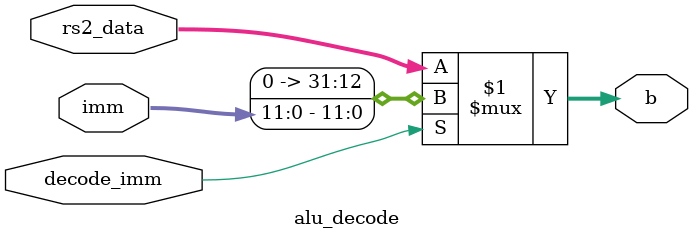
<source format=v>
module alu_decode (
	input [31:0] rs2_data,

	input [11:0] imm,
	input        decode_imm,

	output [31:0] b
);

assign b = decode_imm ? $signed(imm) : rs2_data;

endmodule
</source>
